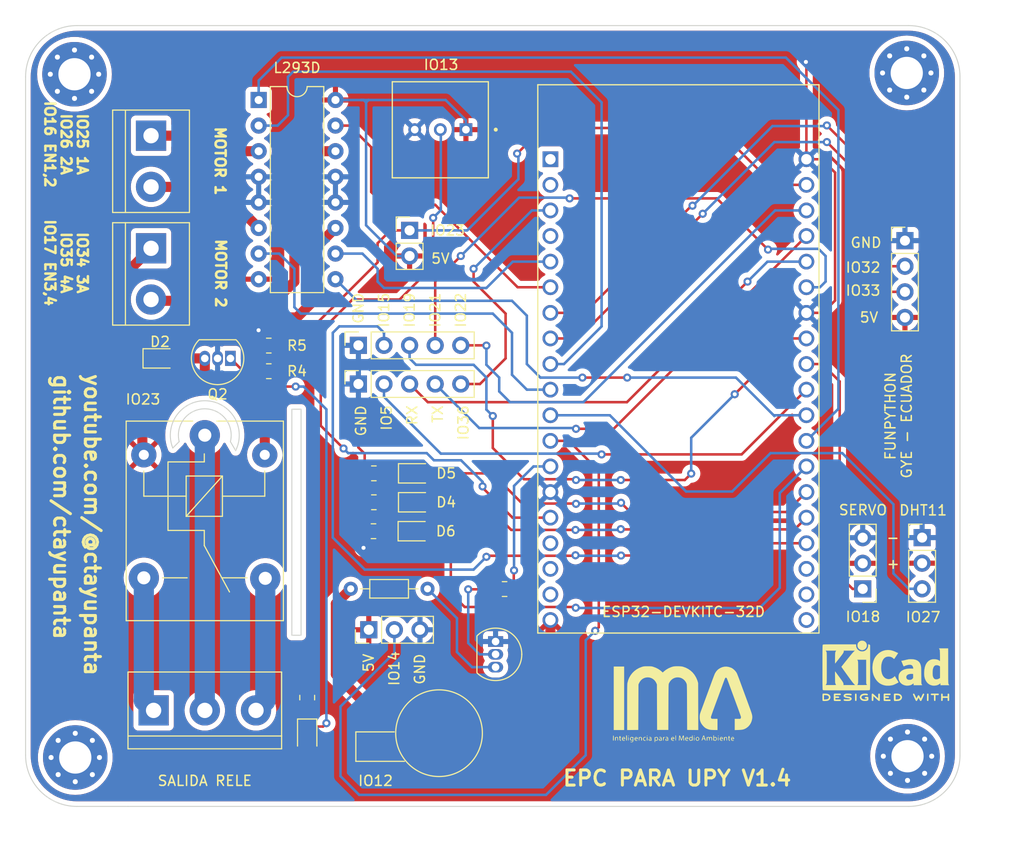
<source format=kicad_pcb>
(kicad_pcb (version 20211014) (generator pcbnew)
  (layers (0 "F.Cu" signal) (31 "B.Cu" signal) (34 "B.Paste" user) (35 "F.Paste" user) (36 "B.SilkS" user "B.Silkscreen") (37 "F.SilkS" user "F.Silkscreen") (38 "B.Mask" user) (39 "F.Mask" user) (44 "Edge.Cuts" user))
  (net 0 "")
  (net 1 "GND")
  (net 2 "Net-(J1-Pad2)")
  (net 3 "+12V")
  (net 4 "Net-(J2-Pad1)")
  (net 5 "Net-(J2-Pad2)")
  (net 6 "Net-(D3-Pad2)")
  (net 7 "5v")
  (net 8 "Net-(Q1-Pad3)")
  (net 9 "IO32")
  (net 10 "Net-(D4-Pad1)")
  (net 11 "Net-(D5-Pad1)")
  (net 12 "Net-(D6-Pad1)")
  (net 13 "IO13")
  (net 14 "Net-(D2-Pad2)")
  (net 15 "Net-(J3-Pad1)")
  (net 16 "IO25")
  (net 17 "Net-(D1-Pad1)")
  (net 18 "IO26")
  (net 19 "IO34")
  (net 20 "Net-(J3-Pad2)")
  (net 21 "IO12")
  (net 22 "IO5")
  (net 23 "IO35")
  (net 25 "IO36")
  (net 27 "IO33")
  (net 28 "IO27")
  (net 29 "RX")
  (net 30 "TX")
  (net 34 "I017")
  (net 35 "I015")
  (net 36 "IO19")
  (net 37 "IO21")
  (net 38 "IO22")
  (net 39 "3v3")
  (net 40 "IO23")
  (net 41 "IO18")
  (net 42 "I016")
  (net 43 "I04")
  (net 44 "I00")
  (net 45 "I02")
  (net 49 "IO14")
  (net 50 "Net-(Q2-Pad1)")
  (net 51 "Net-(J1-Pad1)")
  (net 52 "Net-(Q1-Pad2)")
  (footprint "Connector_PinHeader_2.54mm:PinHeader_1x02_P2.54mm_Vertical" (layer "F.Cu") (at 124.46 58.42)
    (fp_text reference "J8" hide)
    (fp_text value "Conn_01x02_Female" hide)
  )
  (footprint "TerminalBlock:TerminalBlock_bornier-2_P5.08mm" (layer "F.Cu") (at 98.806 49.022 -90)
    (fp_text reference "J2" hide)
    (fp_text value "Motor 1" hide)
  )
  (footprint "Package_TO_SOT_THT:TO-92_Inline" (layer "F.Cu") (at 132.99 99.2124 -90)
    (fp_text reference "Q1" hide)
    (fp_text value "2N7000" hide)
  )
  (footprint "Connector_PinHeader_2.54mm:PinHeader_1x03_P2.54mm_Vertical" (layer "F.Cu") (at 120.411 98.044 90)
    (fp_text reference "U2" hide)
    (fp_text value "LM35-LP" hide)
  )
  (footprint "Connector_PinHeader_2.54mm:PinHeader_1x03_P2.54mm_Vertical" (layer "F.Cu") (at 169.418 93.9904 180)
    (fp_text reference "IO18")
    (fp_text value "Motor_Servo" hide)
  )
  (footprint "Resistor_THT:R_Axial_DIN0204_L3.6mm_D1.6mm_P7.62mm_Horizontal" (layer "F.Cu") (at 118.618 93.98)
    (fp_text reference "R2" hide)
    (fp_text value "220ohm" hide)
  )
  (footprint "Package_DIP:DIP-16_W7.62mm" (layer "F.Cu") (at 109.484 45.481)
    (fp_text reference "U3" hide)
    (fp_text value "L293D")
  )
  (footprint "Resistor_SMD:R_0805_2012Metric" (layer "F.Cu") (at 120.9149 85.3948 180)
    (fp_text reference "R6" hide)
    (fp_text value "220ohm" hide)
  )
  (footprint "LED_SMD:LED_0805_2012Metric" (layer "F.Cu") (at 125.0056 88.265)
    (fp_text reference "D6")
    (fp_text value "LED" hide)
  )
  (footprint "Package_TO_SOT_THT:TO-92_Inline" (layer "F.Cu") (at 106.68 71.12 180)
    (fp_text reference "Q2")
    (fp_text value "2N7002")
  )
  (footprint "MountingHole:MountingHole_3.2mm_M3_Pad_Via" (layer "F.Cu") (at 91.2114 42.926)
    (fp_text reference "REF**" hide)
    (fp_text value "MountingHole_3.2mm_M3_Pad_Via" hide)
  )
  (footprint "Module:MODULE_ESP32-DEVKITC-32D" (layer "F.Cu") (at 151.13 71.12)
    (fp_text reference "U1" hide)
    (fp_text value "ESP32-DEVKITC-32D")
  )
  (footprint "Diode_SMD:D_0805_2012Metric" (layer "F.Cu") (at 99.695 71.12)
    (fp_text reference "D2")
    (fp_text value "LL4148")
  )
  (footprint "Resistor_SMD:R_0805_2012Metric" (layer "F.Cu") (at 110.49 72.39)
    (fp_text reference "R4")
    (fp_text value "2k" hide)
  )
  (footprint "Connector_PinHeader_2.54mm:PinHeader_1x04_P2.54mm_Vertical" (layer "F.Cu") (at 173.609 59.436)
    (fp_text reference "J7" hide)
    (fp_text value "HC-SR04" hide)
  )
  (footprint "LED_SMD:LED_1W_3W_R8" (layer "F.Cu") (at 127.381 108.3056)
    (fp_text reference "D1" hide)
    (fp_text value "LED" hide)
  )
  (footprint "Resistor_SMD:R_0805_2012Metric" (layer "F.Cu") (at 120.8786 88.265 180)
    (fp_text reference "R8" hide)
    (fp_text value "220ohm" hide)
  )
  (footprint "Resistor_SMD:R_0805_2012Metric" (layer "F.Cu") (at 120.9149 82.5246 180)
    (fp_text reference "R7" hide)
    (fp_text value "220ohm" hide)
  )
  (footprint "TerminalBlock:TerminalBlock_bornier-2_P5.08mm" (layer "F.Cu") (at 98.806 60.198 -90)
    (fp_text reference "J3" hide)
    (fp_text value "Motor 2" hide)
  )
  (footprint "MountingHole:MountingHole_3.2mm_M3_Pad_Via" (layer "F.Cu") (at 91.2876 110.7186)
    (fp_text reference "REF**" hide)
    (fp_text value "MountingHole_3.2mm_M3_Pad_Via" hide)
  )
  (footprint "graficos:logo_ima_15mm" (layer "F.Cu") (at 151.511 105.41)
    (fp_text reference "G***" hide)
    (fp_text value "LOGO" hide)
  )
  (footprint "LED_SMD:LED_0805_2012Metric" (layer "F.Cu") (at 125.0419 85.3948)
    (fp_text reference "D4")
    (fp_text value "LED" hide)
  )
  (footprint "MountingHole:MountingHole_3.2mm_M3_Pad_Via" (layer "F.Cu") (at 173.7868 42.799)
    (fp_text reference "REF**" hide)
    (fp_text value "MountingHole_3.2mm_M3_Pad_Via" hide)
  )
  (footprint "LED_SMD:LED_0805_2012Metric" (layer "F.Cu") (at 114.3 108.585 -90)
    (fp_text reference "D3" hide)
    (fp_text value "LED" hide)
  )
  (footprint "LED_SMD:LED_0805_2012Metric" (layer "F.Cu") (at 125.0419 82.5246)
    (fp_text reference "D5")
    (fp_text value "LED" hide)
  )
  (footprint "Relay_THT:Relay_SPDT_SANYOU_SRD_Series_Form_C" (layer "F.Cu") (at 104.14 78.74 -90)
    (fp_text reference "K1" hide)
    (fp_text value "FINDER-34.51" hide)
  )
  (footprint "Symbol:KiCad-Logo2_5mm_SilkScreen" (layer "F.Cu") (at 171.704 102.108)
    (fp_text reference "REF**" hide)
    (fp_text value "KiCad-Logo2_5mm_SilkScreen" hide)
  )
  (footprint "MountingHole:MountingHole_3.2mm_M3_Pad_Via" (layer "F.Cu") (at 173.863 110.5916)
    (fp_text reference "REF**" hide)
    (fp_text value "MountingHole_3.2mm_M3_Pad_Via" hide)
  )
  (footprint "Potentiometer_THT:TRIM_COM-09806" (layer "F.Cu") (at 127.5082 48.4228 180)
    (fp_text reference "RV1" hide)
    (fp_text value "R_Potentiometer" hide)
  )
  (footprint "Resistor_SMD:R_0805_2012Metric" (layer "F.Cu") (at 110.49 69.85)
    (fp_text reference "R5")
    (fp_text value "10k" hide)
  )
  (footprint "Connector_PinSocket_2.54mm:PinSocket_1x05_P2.54mm_Vertical" (layer "F.Cu") (at 119.38 69.825 90)
    (fp_text reference "J5" hide)
    (fp_text value "Conn_01x05_Female" hide)
  )
  (footprint "TerminalBlock:TerminalBlock_bornier-3_P5.08mm" (layer "F.Cu") (at 99.06 106.045)
    (fp_text reference "J1" hide)
    (fp_text value "SALIDA RELE")
  )
  (footprint "Resistor_SMD:R_0805_2012Metric" (layer "F.Cu") (at 114.3 104.775 90)
    (fp_text reference "R3" hide)
    (fp_text value "1k" hide)
  )
  (footprint "Connector_PinHeader_2.54mm:PinHeader_1x03_P2.54mm_Vertical" (layer "F.Cu") (at 175.3108 88.9)
    (fp_text reference "J6" hide)
    (fp_text value "DHT11")
  )
  (footprint "Connector_PinSocket_2.54mm:PinSocket_1x05_P2.54mm_Vertical" (layer "F.Cu") (at 119.38 73.66 90)
    (fp_text reference "J4" hide)
    (fp_text value "Conn_01x05_Female" hide)
  )
  (footprint "Resistor_SMD:R_0805_2012Metric" (layer "F.Cu") (at 133.8834 94.0054)
    (fp_text reference "R1" hide)
    (fp_text value "220ohm" hide)
  )
  (gr_arc (start 173.99 38.1) (mid 177.582102 39.587898) (end 179.07 43.18) (layer "Edge.Cuts") (width 0.1))
  (gr_arc (start 101.6 79.375) (mid 104.14 76.121828) (end 106.68 79.375) (layer "Edge.Cuts") (width 0.1))
  (gr_line (start 179.07 43.18) (end 179.07 106.68) (layer "Edge.Cuts") (width 0.1))
  (gr_arc (start 86.36 43.18) (mid 87.847898 39.587898) (end 91.44 38.1) (layer "Edge.Cuts") (width 0.1))
  (gr_line (start 179.07 110.49) (end 179.07 106.68) (layer "Edge.Cuts") (width 0.1))
  (gr_line (start 96.52 115.57) (end 91.44 115.57) (layer "Edge.Cuts") (width 0.1))
  (gr_arc (start 179.07 110.49) (mid 177.582102 114.082102) (end 173.99 115.57) (layer "Edge.Cuts") (width 0.1))
  (gr_line (start 173.99 115.57) (end 96.52 115.57) (layer "Edge.Cuts") (width 0.1))
  (gr_line (start 91.44 38.1) (end 173.99 38.1) (layer "Edge.Cuts") (width 0.1))
  (gr_rect (start 112.776 76.1619) (end 113.6904 98.5901) (layer "Edge.Cuts") (width 0.1) (fill none))
  (gr_line (start 101.6 79.375) (end 100.965001 80.01) (layer "Edge.Cuts") (width 0.1))
  (gr_line (start 106.68 79.375) (end 107.198564 80.269282) (layer "Edge.Cuts") (width 0.1))
  (gr_line (start 86.36 110.49) (end 86.36 43.18) (layer "Edge.Cuts") (width 0.1))
  (gr_arc (start 91.44 115.57) (mid 87.847898 114.082102) (end 86.36 110.49) (layer "Edge.Cuts") (width 0.1))
  (gr_arc (start 100.965001 80.01) (mid 104.282113 75.323376) (end 107.198564 80.269282) (layer "Edge.Cuts") (width 0.1))
  (gr_text "IO14" (at 122.936 100.076 90) (layer "F.SilkS") (effects (font (size 1 1)) (justify right)))
  (gr_text "IO15" (at 121.92 64.516 90) (layer "F.SilkS") (effects (font (size 1 1)) (justify right)))
  (gr_text "GND" (at 119.38 64.516 90) (layer "F.SilkS") (effects (font (size 1 1)) (justify right)))
  (gr_text "IO36" (at 129.794 75.692 90) (layer "F.SilkS") (effects (font (size 1 1)) (justify right)))
  (gr_text "EPC PARA UPY V1.4\n" (at 151.003 112.776) (layer "F.SilkS") (effects (font (size 1.5 1.5) (thickness 0.3))))
  (gr_text "MOTOR 2" (at 105.7148 62.6872 270) (layer "F.SilkS") (effects (font (size 1 1) (thickness 0.25))))
  (gr_text "GND" (at 119.634 75.692 90) (layer "F.SilkS") (effects (font (size 1 1)) (justify right)))
  (gr_text "5V" (at 120.396 100.33 90) (layer "F.SilkS") (effects (font (size 1 1)) (justify right)))
  (gr_text "IO5" (at 122.174 75.692 90) (layer "F.SilkS") (effects (font (size 1 1)) (justify right)))
  (gr_text "IO27" (at 175.4124 96.7844) (layer "F.SilkS") (effects (font (size 1 1))))
  (gr_text "IO21" (at 127 64.516 90) (layer "F.SilkS") (effects (font (size 1 1)) (justify right)))
  (gr_text "IO33" (at 167.64 64.389) (layer "F.SilkS") (effects (font (size 1 1)) (justify left)))
  (gr_text "FUNPYTHON\nGYE - ECUADOR" (at 172.974 76.835 90) (layer "F.SilkS") (effects (font (size 1 1))))
  (gr_text "IO23" (at 99.822 75.184) (layer "F.SilkS") (effects (font (size 1 1)) (justify right)))
  (gr_text "github.com/ctayupanta" (at 89.916 85.852 270) (layer "F.SilkS") (effects (font (size 1.5 1.5) (thickness 0.3))))
  (gr_text "GND" (at 125.476 100.33 90) (layer "F.SilkS") (effects (font (size 1 1)) (justify right)))
  (gr_text "5V" (at 169.037 67.056) (layer "F.SilkS") (effects (font (size 1 1)) (justify left)))
  (gr_text "IO13" (at 127.5842 41.9862) (layer "F.SilkS") (effects (font (size 1 1))))
  (gr_text "5V" (at 128.524 61.214) (layer "F.SilkS") (effects (font (size 1 1)) (justify right)))
  (gr_text "IO12" (at 121.0818 113.03) (layer "F.SilkS") (effects (font (size 1 1))))
  (gr_text "GND" (at 168.1226 59.6392) (layer "F.SilkS") (effects (font (size 1 1)) (justify left)))
  (gr_text "MOTOR 1" (at 105.664 51.5366 270) (layer "F.SilkS") (effects (font (size 1 1) (thickness 0.25))))
  (gr_text "TX" (at 127.254 75.692 90) (layer "F.SilkS") (effects (font (size 1 1)) (justify right)))
  (gr_text "IO32" (at 167.64 62.103) (layer "F.SilkS") (effects (font (size 1 1)) (justify left)))
  (gr_text "\nIO25 1A		IO34 3A\nIO26 2A		IO35 4A\nIO16 EN1,2	IO17 EN3,4" (at 91.186 55.753 270) (layer "F.SilkS") (effects (font (size 1 1) (thickness 0.25))))
  (gr_text "+" (at 172.4406 91.4908) (layer "F.SilkS") (effects (font (size 1 1))))
  (gr_text "RX" (at 124.714 75.692 90) (layer "F.SilkS") (effects (font (size 1 1)) (justify right)))
  (gr_text "IO22" (at 129.54 64.516 90) (layer "F.SilkS") (effects (font (size 1 1)) (justify right)))
  (gr_text "IO19" (at 124.46 64.516 90) (layer "F.SilkS") (effects (font (size 1 1)) (justify right)))
  (gr_text "IO23" (at 130.048 58.42) (layer "F.SilkS") (effects (font (size 1 1)) (justify right)))
  (gr_text "youtube.com/@ctayupanta" (at 92.964 87.63 270) (layer "F.SilkS") (effects (font (size 1.5 1.5) (thickness 0.3))))
  (gr_text "-" (at 172.4152 88.9) (layer "F.SilkS") (effects (font (size 1 1))))
  (segment (start 120.0024 82.5246) (end 120.0024 85.3948) (width 0.25) (layer "F.Cu") (net 1))
  (segment (start 163.83 66.6) (end 165.4544 66.6) (width 0.25) (layer "F.Cu") (net 1))
  (segment (start 119.9661 89.7401) (end 119.9661 88.265) (width 0.25) (layer "F.Cu") (net 1))
  (segment (start 120.0024 82.5246) (end 120.0024 80.5816) (width 0.25) (layer "F.Cu") (net 1))
  (segment (start 163.83 51.36) (end 163.83 41.7576) (width 0.25) (layer "F.Cu") (net 1))
  (segment (start 166.6748 65.3796) (end 166.6748 52.6796) (width 0.25) (layer "F.Cu") (net 1))
  (segment (start 119.888 89.916) (end 119.888 89.8182) (width 0.25) (layer "F.Cu") (net 1))
  (segment (start 109.5775 69.85) (end 109.5775 68.4295) (width 0.25) (layer "F.Cu") (net 1))
  (segment (start 120.0024 80.5816) (end 119.38 79.9592) (width 0.25) (layer "F.Cu") (net 1))
  (segment (start 119.888 89.8182) (end 119.9661 89.7401) (width 0.25) (layer "F.Cu") (net 1))
  (segment (start 165.4544 66.6) (end 166.6748 65.3796) (width 0.25) (layer "F.Cu") (net 1))
  (segment (start 119.38 79.9592) (end 119.38 73.66) (width 0.25) (layer "F.Cu") (net 1))
  (segment (start 109.5775 69.85) (end 109.2575 70.17) (width 0.25) (layer "F.Cu") (net 1))
  (segment (start 163.83 41.7576) (end 163.7792 41.7068) (width 0.25) (layer "F.Cu") (net 1))
  (segment (start 109.5775 68.4295) (end 109.474 68.326) (width 0.25) (layer "F.Cu") (net 1))
  (segment (start 165.3552 51.36) (end 163.83 51.36) (width 0.25) (layer "F.Cu") (net 1))
  (segment (start 120.0024 88.2287) (end 119.9661 88.265) (width 0.25) (layer "F.Cu") (net 1))
  (segment (start 166.6748 52.6796) (end 165.3552 51.36) (width 0.25) (layer "F.Cu") (net 1))
  (segment (start 120.0024 85.3948) (end 120.0024 88.2287) (width 0.25) (layer "F.Cu") (net 1))
  (via (at 109.474 68.326) (size 0.8) (drill 0.4) (layers "F.Cu" "B.Cu") (net 1))
  (via (at 119.888 89.916) (size 0.8) (drill 0.4) (layers "F.Cu" "B.Cu") (net 1))
  (via (at 163.7792 41.7068) (size 0.8) (drill 0.4) (layers "F.Cu" "B.Cu") (net 1))
  (segment (start 119.38 69.825) (end 119.38 73.66) (width 0.25) (layer "B.Cu") (net 1))
  (segment (start 104.14 78.74) (end 104.14 106.045) (width 2) (layer "B.Cu") (net 2))
  (segment (start 110.14 92.94) (end 110.14 105.125) (width 2) (layer "B.Cu") (net 3))
  (segment (start 110.14 105.125) (end 109.22 106.045) (width 2) (layer "B.Cu") (net 3))
  (segment (start 106.172 49.022) (end 98.806 49.022) (width 1) (layer "F.Cu") (net 4))
  (segment (start 107.711 50.561) (end 106.172 49.022) (width 1) (layer "F.Cu") (net 4))
  (segment (start 109.484 50.561) (end 107.711 50.561) (width 1) (layer "F.Cu") (net 4))
  (segment (start 105.41 54.102) (end 98.806 54.102) (width 1) (layer "F.Cu") (net 5))
  (segment (start 109.484 58.181) (end 106.68 55.377) (width 1) (layer "F.Cu") (net 5))
  (segment (start 106.68 55.372) (end 105.41 54.102) (width 1) (layer "F.Cu") (net 5))
  (segment (start 112.776 109.11725) (end 113.18125 109.5225) (width 0.25) (layer "F.Cu") (net 6))
  (segment (start 112.776 106.172) (end 112.776 109.11725) (width 0.25) (layer "F.Cu") (net 6))
  (segment (start 113.18125 109.5225) (end 114.3 109.5225) (width 0.25) (layer "F.Cu") (net 6))
  (segment (start 114.3 105.6875) (end 113.2605 105.6875) (width 0.25) (layer "F.Cu") (net 6))
  (segment (start 113.2605 105.6875) (end 112.776 106.172) (width 0.25) (layer "F.Cu") (net 6))
  (segment (start 169.4284 91.44) (end 169.418 91.4504) (width 0.25) (layer "F.Cu") (net 7))
  (segment (start 175.3108 91.44) (end 169.4284 91.44) (width 0.25) (layer "F.Cu") (net 7))
  (segment (start 138.43 105.4862) (end 136.9606 106.9556) (width 1) (layer "F.Cu") (net 7))
  (segment (start 97.945 80.545) (end 98.09 80.69) (width 1) (layer "F.Cu") (net 7))
  (segment (start 138.43 97.08) (end 138.43 105.4862) (width 1) (layer "F.Cu") (net 7))
  (segment (start 97.945 71.9325) (end 97.945 80.545) (width 1) (layer "F.Cu") (net 7))
  (segment (start 98.7575 71.12) (end 97.945 71.9325) (width 1) (layer "F.Cu") (net 7))
  (segment (start 136.9606 106.9556) (end 133.731 106.9556) (width 1) (layer "F.Cu") (net 7))
  (segment (start 119.649 45.481) (end 117.104 45.481) (width 0.25) (layer "B.Cu") (net 7))
  (segment (start 130.0482 48.4228) (end 130.0482 47.4982) (width 0.25) (layer "B.Cu") (net 7))
  (segment (start 120.142 45.72) (end 119.903 45.481) (width 0.25) (layer "B.Cu") (net 7))
  (segment (start 120.142 57.912) (end 120.142 45.72) (width 0.25) (layer "B.Cu") (net 7))
  (segment (start 124.46 60.96) (end 123.19 60.96) (width 0.25) (layer "B.Cu") (net 7))
  (segment (start 123.19 60.96) (end 120.142 57.912) (width 0.25) (layer "B.Cu") (net 7))
  (segment (start 130.0482 47.4982) (end 128.031 45.481) (width 0.25) (layer "B.Cu") (net 7))
  (segment (start 120.381 45.481) (end 119.649 45.481) (width 0.25) (layer "B.Cu") (net 7))
  (segment (start 128.031 45.481) (end 120.381 45.481) (width 0.25) (layer "B.Cu") (net 7))
  (segment (start 119.903 45.481) (end 119.649 45.481) (width 0.25) (layer "B.Cu") (net 7))
  (segment (start 120.142 45.72) (end 120.381 45.481) (width 0.25) (layer "B.Cu") (net 7))
  (segment (start 130.6576 101.7524) (end 132.99 101.7524) (width 0.25) (layer "B.Cu") (net 8))
  (segment (start 126.238 93.98) (end 129.159 96.901) (width 0.25) (layer "B.Cu") (net 8))
  (segment (start 129.159 100.2538) (end 130.6576 101.7524) (width 0.25) (layer "B.Cu") (net 8))
  (segment (start 129.159 96.901) (end 129.159 100.2538) (width 0.25) (layer "B.Cu") (net 8))
  (segment (start 170.561 60.452) (end 172.085 61.976) (width 0.25) (layer "F.Cu") (net 9))
  (segment (start 172.085 61.976) (end 173.609 61.976) (width 0.25) (layer "F.Cu") (net 9))
  (segment (start 165.862 48.006) (end 170.561 52.705) (width 0.25) (layer "F.Cu") (net 9))
  (segment (start 170.561 52.705) (end 170.561 60.452) (width 0.25) (layer "F.Cu") (net 9))
  (segment (start 141.807 66.6) (end 138.43 66.6) (width 0.25) (layer "F.Cu") (net 9))
  (segment (start 152.527 55.9695) (end 152.4375 55.9695) (width 0.25) (layer "F.Cu") (net 9))
  (segment (start 152.4375 55.9695) (end 141.807 66.6) (width 0.25) (layer "F.Cu") (net 9))
  (via (at 152.527 55.9695) (size 0.8) (drill 0.4) (layers "F.Cu" "B.Cu") (net 9))
  (via (at 165.862 48.006) (size 0.8) (drill 0.4) (layers "F.Cu" "B.Cu") (net 9))
  (segment (start 152.527 55.9695) (end 152.5645 55.9695) (width 0.25) (layer "B.Cu") (net 9))
  (segment (start 165.798501 48.069499) (end 165.862 48.006) (width 0.25) (layer "B.Cu") (net 9))
  (segment (start 152.5645 55.9695) (end 160.464501 48.069499) (width 0.25) (layer "B.Cu") (net 9))
  (segment (start 160.464501 48.069499) (end 165.798501 48.069499) (width 0.25) (layer "B.Cu") (net 9))
  (segment (start 121.8274 85.3948) (end 124.1044 85.3948) (width 0.25) (layer "F.Cu") (net 10))
  (segment (start 121.8274 82.5246) (end 124.1044 82.5246) (width 0.25) (layer "F.Cu") (net 11))
  (segment (start 121.7911 88.265) (end 124.0681 88.265) (width 0.25) (layer "F.Cu") (net 12))
  (segment (start 115.6462 77.8002) (end 115.6462 68.4276) (width 0.25) (layer "F.Cu") (net 13))
  (segment (start 118.7958 65.278) (end 123.4694 65.278) (width 0.25) (layer "F.Cu") (net 13))
  (segment (start 117.9068 80.0608) (end 115.6462 77.8002) (width 0.25) (layer "F.Cu") (net 13))
  (segment (start 123.4694 65.278) (end 126.7968 61.9506) (width 0.25) (layer "F.Cu") (net 13))
  (segment (start 131.699 83.82) (end 131.699 83.947) (width 0.25) (layer "F.Cu") (net 13))
  (segment (start 115.6462 68.4276) (end 118.7958 65.278) (width 0.25) (layer "F.Cu") (net 13))
  (segment (start 126.7968 61.9506) (end 126.7968 57.1754) (width 0.25) (layer "F.Cu") (net 13))
  (segment (start 131.699 83.947) (end 134.672 86.92) (width 0.25) (layer "F.Cu") (net 13))
  (segment (start 134.672 86.92) (end 138.43 86.92) (width 0.25) (layer "F.Cu") (net 13))
  (via (at 131.699 83.82) (size 0.8) (drill 0.4) (layers "F.Cu" "B.Cu") (net 13))
  (via (at 117.9068 80.0608) (size 0.8) (drill 0.4) (layers "F.Cu" "B.Cu") (net 13))
  (via (at 126.7968 57.1754) (size 0.8) (drill 0.4) (layers "F.Cu" "B.Cu") (net 13))
  (segment (start 131.699 83.3628) (end 129.5654 81.2292) (width 0.25) (layer "B.Cu") (net 13))
  (segment (start 126.873 81.2292) (end 126.1618 80.518) (width 0.25) (layer "B.Cu") (net 13))
  (segment (start 129.5654 81.2292) (end 126.873 81.2292) (width 0.25) (layer "B.Cu") (net 13))
  (segment (start 127.5588 48.4734) (end 127.5082 48.4228) (width 0.25) (layer "B.Cu") (net 13))
  (segment (start 126.7968 57.1754) (end 127.5588 56.4134) (width 0.25) (layer "B.Cu") (net 13))
  (segment (start 127.5588 56.4134) (end 127.5588 48.4734) (width 0.25) (layer "B.Cu") (net 13))
  (segment (start 126.1618 80.518) (end 118.364 80.518) (width 0.25) (layer "B.Cu") (net 13))
  (segment (start 118.364 80.518) (end 117.9068 80.0608) (width 0.25) (layer "B.Cu") (net 13))
  (segment (start 131.699 83.82) (end 131.699 83.3628) (width 0.25) (layer "B.Cu") (net 13))
  (segment (start 110.09 75.8) (end 109.0803 74.7903) (width 1) (layer "F.Cu") (net 14))
  (segment (start 109.0803 74.7903) (end 108.585 74.295) (width 1) (layer "F.Cu") (net 14))
  (segment (start 100.6325 71.12) (end 104.14 71.12) (width 1) (layer "F.Cu") (net 14))
  (segment (start 105.41 74.295) (end 104.14 73.025) (width 1) (layer "F.Cu") (net 14))
  (segment (start 104.0638 71.0438) (end 104.14 71.12) (width 0.25) (layer "F.Cu") (net 14))
  (segment (start 108.3818 73.914) (end 108.3818 74.0918) (width 0.25) (layer "F.Cu") (net 14))
  (segment (start 108.3818 74.0918) (end 109.0803 74.7903) (width 0.25) (layer "F.Cu") (net 14))
  (segment (start 110.09 80.69) (end 110.09 75.8) (width 1) (layer "F.Cu") (net 14))
  (segment (start 108.585 74.295) (end 105.41 74.295) (width 1) (layer "F.Cu") (net 14))
  (segment (start 115.8725 107.6475) (end 116.205 107.315) (width 0.25) (layer "F.Cu") (net 14))
  (segment (start 104.14 73.025) (end 104.14 71.12) (width 1) (layer "F.Cu") (net 14))
  (segment (start 113.157 73.914) (end 108.3818 73.914) (width 0.25) (layer "F.Cu") (net 14))
  (segment (start 114.3 107.6475) (end 115.8725 107.6475) (width 0.25) (layer "F.Cu") (net 14))
  (via (at 113.157 73.914) (size 0.8) (drill 0.4) (layers "F.Cu" "B.Cu") (net 14))
  (via (at 116.205 107.315) (size 0.8) (drill 0.4) (layers "F.Cu" "B.Cu") (net 14))
  (segment (start 113.9444 73.914) (end 116.205 76.1746) (width 0.25) (layer "B.Cu") (net 14))
  (segment (start 116.205 76.1746) (end 116.205 107.315) (width 0.25) (layer "B.Cu") (net 14))
  (segment (start 113.157 73.914) (end 113.9444 73.914) (width 0.25) (layer "B.Cu") (net 14))
  (segment (start 113.284 67.056) (end 102.362 67.056) (width 1) (layer "F.Cu") (net 15))
  (segment (start 117.104 58.181) (end 114.935 60.35) (width 1) (layer "F.Cu") (net 15))
  (segment (start 94.742 64.262) (end 98.806 60.198) (width 1) (layer "F.Cu") (net 15))
  (segment (start 96.266 68.326) (end 94.742 66.802) (width 1) (layer "F.Cu") (net 15))
  (segment (start 101.092 68.326) (end 96.266 68.326) (width 1) (layer "F.Cu") (net 15))
  (segment (start 94.742 66.802) (end 94.742 64.262) (width 1) (layer "F.Cu") (net 15))
  (segment (start 114.935 65.405) (end 113.284 67.056) (width 1) (layer "F.Cu") (net 15))
  (segment (start 114.935 60.35) (end 114.935 65.405) (width 1) (layer "F.Cu") (net 15))
  (segment (start 102.362 67.056) (end 101.092 68.326) (width 1) (layer "F.Cu") (net 15))
  (segment (start 112.395 46.99) (end 112.395 43.18) (width 0.25) (layer "B.Cu") (net 16))
  (segment (start 143.51 45.72) (end 143.51 67.945) (width 0.25) (layer "B.Cu") (net 16))
  (segment (start 111.364 48.021) (end 112.395 46.99) (width 0.25) (layer "B.Cu") (net 16))
  (segment (start 139.775 71.68) (end 138.43 71.68) (width 0.25) (layer "B.Cu") (net 16))
  (segment (start 109.484 48.021) (end 111.364 48.021) (width 0.25) (layer "B.Cu") (net 16))
  (segment (start 140.462 42.672) (end 143.51 45.72) (width 0.25) (layer "B.Cu") (net 16))
  (segment (start 143.51 67.945) (end 139.775 71.68) (width 0.25) (layer "B.Cu") (net 16))
  (segment (start 112.395 43.18) (end 112.903 42.672) (width 0.25) (layer "B.Cu") (net 16))
  (segment (start 112.903 42.672) (end 140.462 42.672) (width 0.25) (layer "B.Cu") (net 16))
  (segment (start 117.1448 102.4636) (end 121.031 106.3498) (width 1) (layer "F.Cu") (net 17))
  (segment (start 117.1448 95.4532) (end 117.1448 102.4636) (width 1) (layer "F.Cu") (net 17))
  (segment (start 118.618 93.98) (end 117.1448 95.4532) (width 1) (layer "F.Cu") (net 17))
  (segment (start 121.031 106.3498) (end 121.031 109.6556) (width 1) (layer "F.Cu") (net 17))
  (segment (start 111.521 60.721) (end 113.03 62.23) (width 0.25) (layer "B.Cu") (net 18))
  (segment (start 113.03 66.04) (end 113.665 66.675) (width 0.25) (layer "B.Cu") (net 18))
  (segment (start 113.03 62.23) (end 113.03 66.04) (width 0.25) (layer "B.Cu") (net 18))
  (segment (start 136.0944 74.22) (end 138.43 74.22) (width 0.25) (layer "B.Cu") (net 18))
  (segment (start 113.665 66.675) (end 132.715 66.675) (width 0.25) (layer "B.Cu") (net 18))
  (segment (start 109.484 60.721) (end 111.521 60.721) (width 0.25) (layer "B.Cu") (net 18))
  (segment (start 134.62 72.7456) (end 136.0944 74.22) (width 0.25) (layer "B.Cu") (net 18))
  (segment (start 134.62 68.58) (end 134.62 72.7456) (width 0.25) (layer "B.Cu") (net 18))
  (segment (start 132.715 66.675) (end 134.62 68.58) (width 0.25) (layer "B.Cu") (net 18))
  (segment (start 119.776 60.721) (end 121.285 62.23) (width 0.25) (layer "B.Cu") (net 19))
  (segment (start 121.285 63.5) (end 121.92 64.135) (width 0.25) (layer "B.Cu") (net 19))
  (segment (start 121.285 62.23) (end 121.285 63.5) (width 0.25) (layer "B.Cu") (net 19))
  (segment (start 117.104 60.721) (end 119.776 60.721) (width 0.25) (layer "B.Cu") (net 19))
  (segment (start 132.08 64.135) (end 134.695 61.52) (width 0.25) (layer "B.Cu") (net 19))
  (segment (start 121.92 64.135) (end 132.08 64.135) (width 0.25) (layer "B.Cu") (net 19))
  (segment (start 134.695 61.52) (end 138.43 61.52) (width 0.25) (layer "B.Cu") (net 19))
  (segment (start 98.806 65.278) (end 98.933 65.405) (width 1) (layer "F.Cu") (net 20))
  (segment (start 115.809 50.561) (end 117.104 50.561) (width 1) (layer "F.Cu") (net 20))
  (segment (start 111.125 65.405) (end 113.03 63.5) (width 1) (layer "F.Cu") (net 20))
  (segment (start 113.03 63.5) (end 113.03 53.34) (width 1) (layer "F.Cu") (net 20))
  (segment (start 113.03 53.34) (end 115.809 50.561) (width 1) (layer "F.Cu") (net 20))
  (segment (start 98.933 65.405) (end 111.125 65.405) (width 1) (layer "F.Cu") (net 20))
  (segment (start 134.7959 92.1785) (end 134.8232 92.1512) (width 0.25) (layer "F.Cu") (net 21))
  (segment (start 134.7959 94.0054) (end 134.7959 92.1785) (width 0.25) (layer "F.Cu") (net 21))
  (via (at 134.8232 92.1512) (size 0.8) (drill 0.4) (layers "F.Cu" "B.Cu") (net 21))
  (segment (start 134.8232 92.1512) (end 134.8232 83.7692) (width 0.25) (layer "B.Cu") (net 21))
  (segment (start 136.7524 81.84) (end 138.43 81.84) (width 0.25) (layer "B.Cu") (net 21))
  (segment (start 134.8232 83.7692) (end 136.7524 81.84) (width 0.25) (layer "B.Cu") (net 21))
  (segment (start 157.405 80.645) (end 163.83 74.22) (width 0.25) (layer "F.Cu") (net 22))
  (segment (start 143.51 80.645) (end 157.405 80.645) (width 0.25) (layer "F.Cu") (net 22))
  (via (at 143.51 80.645) (size 0.8) (drill 0.4) (layers "F.Cu" "B.Cu") (net 22))
  (segment (start 127.5588 80.5688) (end 143.4338 80.5688) (width 0.25) (layer "B.Cu") (net 22))
  (segment (start 143.4338 80.5688) (end 143.51 80.645) (width 0.25) (layer "B.Cu") (net 22))
  (segment (start 121.92 73.66) (end 121.92 74.93) (width 0.25) (layer "B.Cu") (net 22))
  (segment (start 121.92 74.93) (end 127.5588 80.5688) (width 0.25) (layer "B.Cu") (net 22))
  (segment (start 121.92 55.88) (end 127 55.88) (width 0.25) (layer "F.Cu") (net 23))
  (segment (start 127 55.88) (end 135.18 64.06) (width 0.25) (layer "F.Cu") (net 23))
  (segment (start 120.65 50.165) (end 120.65 54.61) (width 0.25) (layer "F.Cu") (net 23))
  (segment (start 120.65 54.61) (end 121.92 55.88) (width 0.25) (layer "F.Cu") (net 23))
  (segment (start 117.104 48.021) (end 118.506 48.021) (width 0.25) (layer "F.Cu") (net 23))
  (segment (start 135.18 64.06) (end 138.43 64.06) (width 0.25) (layer "F.Cu") (net 23))
  (segment (start 118.506 48.021) (end 120.65 50.165) (width 0.25) (layer "F.Cu") (net 23))
  (segment (start 133.985 71.12) (end 133.985 66.675) (width 0.25) (layer "F.Cu") (net 25))
  (segment (start 130.81 63.5) (end 130.81 62.23) (width 0.25) (layer "F.Cu") (net 25))
  (segment (start 131.445 73.66) (end 133.985 71.12) (width 0.25) (layer "F.Cu") (net 25))
  (segment (start 133.985 66.675) (end 130.81 63.5) (width 0.25) (layer "F.Cu") (net 25))
  (segment (start 129.54 73.66) (end 131.445 73.66) (width 0.25) (layer "F.Cu") (net 25))
  (via (at 130.81 62.23) (size 0.8) (drill 0.4) (layers "F.Cu" "B.Cu") (net 25))
  (segment (start 130.81 62.23) (end 136.6 56.44) (width 0.25) (layer "B.Cu") (net 25))
  (segment (start 136.6 56.44) (end 138.43 56.44) (width 0.25) (layer "B.Cu") (net 25))
  (segment (start 169.545 63.246) (end 170.815 64.516) (width 0.25) (layer "F.Cu") (net 27))
  (segment (start 165.862 49.657) (end 169.545 53.34) (width 0.25) (layer "F.Cu") (net 27))
  (segment (start 141.172 69.14) (end 138.43 69.14) (width 0.25) (layer "F.Cu") (net 27))
  (segment (start 169.545 53.34) (end 169.545 63.246) (width 0.25) (layer "F.Cu") (net 27))
  (segment (start 153.543 56.769) (end 141.172 69.14) (width 0.25) (layer "F.Cu") (net 27))
  (segment (start 170.815 64.516) (end 173.609 64.516) (width 0.25) (layer "F.Cu") (net 27))
  (via (at 165.862 49.657) (size 0.8) (drill 0.4) (layers "F.Cu" "B.Cu") (net 27))
  (via (at 153.543 56.769) (size 0.8) (drill 0.4) (layers "F.Cu" "B.Cu") (net 27))
  (segment (start 153.543 56.769) (end 160.655 49.657) (width 0.25) (layer "B.Cu") (net 27))
  (segment (start 160.655 49.657) (end 165.862 49.657) (width 0.25) (layer "B.Cu") (net 27))
  (segment (start 156.464 84.328) (end 160.274 80.518) (width 0.25) (layer "B.Cu") (net 28))
  (segment (start 138.43 76.76) (end 144.324 76.76) (width 0.25) (layer "B.Cu") (net 28))
  (segment (start 172.466 92.456) (end 173.99 93.98) (width 0.25) (layer "B.Cu") (net 28))
  (segment (start 144.324 76.76) (end 151.892 84.328) (width 0.25) (layer "B.Cu") (net 28))
  (segment (start 151.892 84.328) (end 156.464 84.328) (width 0.25) (layer "B.Cu") (net 28))
  (segment (start 167.386 80.518) (end 172.466 85.598) (width 0.25) (layer "B.Cu") (net 28))
  (segment (start 160.274 80.518) (end 167.386 80.518) (width 0.25) (layer "B.Cu") (net 28))
  (segment (start 172.466 85.598) (end 172.466 92.456) (width 0.25) (layer "B.Cu") (net 28))
  (segment (start 173.99 93.98) (end 175.3108 93.98) (width 0.25) (layer "B.Cu") (net 28))
  (segment (start 157.988 63.5) (end 146.0246 75.4634) (width 0.25) (layer "F.Cu") (net 29))
  (segment (start 146.0246 75.4634) (end 126.2634 75.4634) (width 0.25) (layer "F.Cu") (net 29))
  (segment (start 126.2634 75.4634) (end 124.46 73.66) (width 0.25) (layer "F.Cu") (net 29))
  (via (at 157.988 63.5) (size 0.8) (drill 0.4) (layers "F.Cu" "B.Cu") (net 29))
  (segment (start 159.968 61.52) (end 163.83 61.52) (width 0.25) (layer "B.Cu") (net 29))
  (segment (start 157.988 63.5) (end 159.968 61.52) (width 0.25) (layer "B.Cu") (net 29))
  (segment (start 140.97 78.105) (end 144.705 78.105) (width 0.25) (layer "F.Cu") (net 30))
  (segment (start 144.705 78.105) (end 163.83 58.98) (width 0.25) (layer "F.Cu") (net 30))
  (via (at 140.97 78.105) (size 0.8) (drill 0.4) (layers "F.Cu" "B.Cu") (net 30))
  (segment (start 140.8938 78.0288) (end 140.97 78.105) (width 0.25) (layer "B.Cu") (net 30))
  (segment (start 127 73.66) (end 131.3688 78.0288) (width 0.25) (layer "B.Cu") (net 30))
  (segment (start 131.3688 78.0288) (end 140.8938 78.0288) (width 0.25) (layer "B.Cu") (net 30))
  (segment (start 141.605 73.025) (end 146.05 73.025) (width 0.25) (layer "F.Cu") (net 34))
  (via (at 141.605 73.025) (size 0.8) (drill 0.4) (layers "F.Cu" "B.Cu") (net 34))
  (via (at 146.05 73.025) (size 0.8) (drill 0.4) (layers "F.Cu" "B.Cu") (net 34))
  (segment (start 136.0932 71.6788) (end 137.4394 73.025) (width 0.25) (layer "B.Cu") (net 34))
  (segment (start 160.73 76.76) (end 163.83 76.76) (width 0.25) (layer "B.Cu") (net 34))
  (segment (start 117.104 63.261) (end 119.248 65.405) (width 0.25) (layer "B.Cu") (net 34))
  (segment (start 134.62 65.405) (end 136.0932 66.8782) (width 0.25) (layer "B.Cu") (net 34))
  (segment (start 119.248 65.405) (end 134.62 65.405) (width 0.25) (layer "B.Cu") (net 34))
  (segment (start 136.0932 66.8782) (end 136.0932 71.6788) (width 0.25) (layer "B.Cu") (net 34))
  (segment (start 146.05 73.025) (end 156.845 73.025) (width 0.25) (layer "B.Cu") (net 34))
  (segment (start 156.845 73.025) (end 160.655 76.835) (width 0.25) (layer "B.Cu") (net 34))
  (segment (start 137.4394 73.025) (end 141.605 73.025) (width 0.25) (layer "B.Cu") (net 34))
  (segment (start 160.655 76.835) (end 160.73 76.76) (width 0.25) (layer "B.Cu") (net 34))
  (segment (start 145.4404 90.678) (end 150.5712 90.678) (width 0.25) (layer "F.Cu") (net 35))
  (segment (start 132.1816 90.7034) (end 132.08 90.805) (width 0.25) (layer "F.Cu") (net 35))
  (segment (start 140.9192 90.6526) (end 140.8684 90.7034) (width 0.25) (layer "F.Cu") (net 35))
  (segment (start 150.5712 90.678) (end 151.7892 89.46) (width 0.25) (layer "F.Cu") (net 35))
  (segment (start 140.8684 90.7034) (end 132.1816 90.7034) (width 0.25) (layer "F.Cu") (net 35))
  (segment (start 151.7892 89.46) (end 163.83 89.46) (width 0.25) (layer "F.Cu") (net 35))
  (via (at 145.4404 90.678) (size 0.8) (drill 0.4) (layers "F.Cu" "B.Cu") (net 35))
  (via (at 140.9192 90.6526) (size 0.8) (drill 0.4) (layers "F.Cu" "B.Cu") (net 35))
  (via (at 132.08 90.805) (size 0.8) (drill 0.4) (layers "F.Cu" "B.Cu") (net 35))
  (segment (start 145.415 90.7034) (end 140.97 90.7034) (width 0.25) (layer "B.Cu") (net 35))
  (segment (start 116.84 88.9) (end 120.015 92.075) (width 0.25) (layer "B.Cu") (net 35))
  (segment (start 121.92 68.58) (end 121.285 67.945) (width 0.25) (layer "B.Cu") (net 35))
  (segment (start 121.92 69.825) (end 121.92 68.58) (width 0.25) (layer "B.Cu") (net 35))
  (segment (start 117.475 67.945) (end 116.84 68.58) (width 0.25) (layer "B.Cu") (net 35))
  (segment (start 140.97 90.7034) (end 140.9192 90.6526) (width 0.25) (layer "B.Cu") (net 35))
  (segment (start 145.4404 90.678) (end 145.415 90.7034) (width 0.25) (layer "B.Cu") (net 35))
  (segment (start 130.81 92.075) (end 132.08 90.805) (width 0.25) (layer "B.Cu") (net 35))
  (segment (start 120.015 92.075) (end 130.81 92.075) (width 0.25) (layer "B.Cu") (net 35))
  (segment (start 116.84 68.58) (end 116.84 88.9) (width 0.25) (layer "B.Cu") (net 35))
  (segment (start 121.285 67.945) (end 117.475 67.945) (width 0.25) (layer "B.Cu") (net 35))
  (segment (start 152.4 82.55) (end 151.765 83.185) (width 0.25) (layer "F.Cu") (net 36))
  (segment (start 132.715 76.835) (end 132.715 80.01) (width 0.25) (layer "F.Cu") (net 36))
  (segment (start 132.715 80.01) (end 135.8138 83.1088) (width 0.25) (layer "F.Cu") (net 36))
  (segment (start 156.718 74.676) (end 162.254 69.14) (width 0.25) (layer "F.Cu") (net 36))
  (segment (start 135.8138 83.1088) (end 140.8938 83.1088) (width 0.25) (layer "F.Cu") (net 36))
  (segment (start 151.765 83.185) (end 145.415 83.185) (width 0.25) (layer "F.Cu") (net 36))
  (segment (start 140.8938 83.1088) (end 140.97 83.185) (width 0.25) (layer "F.Cu") (net 36))
  (segment (start 162.254 69.14) (end 163.83 69.14) (width 0.25) (layer "F.Cu") (net 36))
  (via (at 156.718 74.676) (size 0.8) (drill 0.4) (layers "F.Cu" "B.Cu") (net 36))
  (via (at 152.4 82.55) (size 0.8) (drill 0.4) (layers "F.Cu" "B.Cu") (net 36))
  (via (at 140.97 83.185) (size 0.8) (drill 0.4) (layers "F.Cu" "B.Cu") (net 36))
  (via (at 145.415 83.185) (size 0.8) (drill 0.4) (layers "F.Cu" "B.Cu") (net 36))
  (via (at 132.715 76.835) (size 0.8) (drill 0.4) (layers "F.Cu" "B.Cu") (net 36))
  (segment (start 152.4 78.994) (end 152.4 82.55) (width 0.25) (layer "B.Cu") (net 36))
  (segment (start 124.46 69.825) (end 124.46 71.12) (width 0.25) (layer "B.Cu") (net 36))
  (segment (start 124.46 71.12) (end 125.095 71.755) (width 0.25) (layer "B.Cu") (net 36))
  (segment (start 132.08 76.2) (end 132.715 76.835) (width 0.25) (layer "B.Cu") (net 36))
  (segment (start 125.095 71.755) (end 130.81 71.755) (width 0.25) (layer "B.Cu") (net 36))
  (segment (start 156.718 74.676) (end 152.4 78.994) (width 0.25) (layer "B.Cu") (net 36))
  (segment (start 130.81 71.755) (end 132.08 73.025) (width 0.25) (layer "B.Cu") (net 36))
  (segment (start 132.08 73.025) (end 132.08 76.2) (width 0.25) (layer "B.Cu") (net 36))
  (segment (start 140.97 83.185) (end 145.415 83.185) (width 0.25) (layer "B.Cu") (net 36))
  (segment (start 127 63.5) (end 129.54 60.96) (width 0.25) (layer "F.Cu") (net 37))
  (segment (start 127 69.825) (end 127 63.5) (width 0.25) (layer "F.Cu") (net 37))
  (segment (start 140.335 55.245) (end 154.94 55.245) (width 0.25) (layer "F.Cu") (net 37))
  (segment (start 154.94 55.245) (end 160.02 60.325) (width 0.25) (layer "F.Cu") (net 37))
  (via (at 160.02 60.325) (size 0.8) (drill 0.4) (layers "F.Cu" "B.Cu") (net 37))
  (via (at 140.335 55.245) (size 0.8) (drill 0.4) (layers "F.Cu" "B.Cu") (net 37))
  (via (at 129.54 60.96) (size 0.8) (drill 0.4) (layers "F.Cu" "B.Cu") (net 37))
  (segment (start 165.175 64.06) (end 163.83 64.06) (width 0.25) (layer "B.Cu") (net 37))
  (segment (start 165.0238 60.2488) (end 165.735 60.96) (width 0.25) (layer "B.Cu") (net 37))
  (segment (start 165.735 63.5) (end 165.175 64.06) (width 0.25) (layer "B.Cu") (net 37))
  (segment (start 129.54 60.96) (end 135.3312 55.1688) (width 0.25) (layer "B.Cu") (net 37))
  (segment (start 140.2588 55.1688) (end 140.335 55.245) (width 0.25) (layer "B.Cu") (net 37))
  (segment (start 165.735 60.96) (end 165.735 63.5) (width 0.25) (layer "B.Cu") (net 37))
  (segment (start 160.0962 60.2488) (end 165.0238 60.2488) (width 0.25) (layer "B.Cu") (net 37))
  (segment (start 135.3312 55.1688) (end 140.2588 55.1688) (width 0.25) (layer "B.Cu") (net 37))
  (segment (start 160.02 60.325) (end 160.0962 60.2488) (width 0.25) (layer "B.Cu") (net 37))
  (segment (start 132.055 69.825) (end 132.08 69.85) (width 0.25) (layer "F.Cu") (net 38))
  (segment (start 129.54 69.825) (end 132.055 69.825) (width 0.25) (layer "F.Cu") (net 38))
  (via (at 132.08 69.85) (size 0.8) (drill 0.4) (layers "F.Cu" "B.Cu") (net 38))
  (segment (start 133.35 74.3966) (end 134.4168 75.4634) (width 0.25) (layer "B.Cu") (net 38))
  (segment (start 134.4168 75.4634) (end 141.7066 75.4634) (width 0.25) (layer "B.Cu") (net 38))
  (segment (start 132.08 69.85) (end 132.08 71.755718) (width 0.25) (layer "B.Cu") (net 38))
  (segment (start 133.35 73.025718) (end 133.35 74.3966) (width 0.25) (layer "B.Cu") (net 38))
  (segment (start 160.73 56.44) (end 163.83 56.44) (width 0.25) (layer "B.Cu") (net 38))
  (segment (start 141.7066 75.4634) (end 160.73 56.44) (width 0.25) (layer "B.Cu") (net 38))
  (segment (start 132.08 71.755718) (end 133.35 73.025718) (width 0.25) (layer "B.Cu") (net 38))
  (segment (start 114.935 67.945) (end 121.285 61.595) (width 0.25) (layer "F.Cu") (net 40))
  (segment (start 135.128 50.8) (end 137.668 48.26) (width 0.25) (layer "F.Cu") (net 40))
  (segment (start 111.4025 72.39) (end 111.4025 69.85) (width 0.25) (layer "F.Cu") (net 40))
  (segment (start 137.668 48.26) (end 154.94 48.26) (width 0.25) (layer "F.Cu") (net 40))
  (segment (start 121.285 61.595) (end 121.285 59.69) (width 0.25) (layer "F.Cu") (net 40))
  (segment (start 160.58 53.9) (end 163.83 53.9) (width 0.25) (layer "F.Cu") (net 40))
  (segment (start 121.285 59.69) (end 122.555 58.42) (width 0.25) (layer "F.Cu") (net 40))
  (segment (start 122.555 58.42) (end 124.46 58.42) (width 0.25) (layer "F.Cu") (net 40))
  (segment (start 113.3075 67.945) (end 114.935 67.945) (width 0.25) (layer "F.Cu") (net 40))
  (segment (start 111.4025 69.85) (end 113.3075 67.945) (width 0.25) (layer "F.Cu") (net 40))
  (segment (start 154.94 48.26) (end 160.58 53.9) (width 0.25) (layer "F.Cu") (net 40))
  (via (at 135.128 50.8) (size 0.8) (drill 0.4) (layers "F.Cu" "B.Cu") (net 40))
  (segment (start 135.255 53.34) (end 130.175 58.42) (width 0.25) (layer "B.Cu") (net 40))
  (segment (start 130.175 58.42) (end 124.46 58.42) (width 0.25) (layer "B.Cu") (net 40))
  (segment (start 135.255 50.927) (end 135.255 53.34) (width 0.25) (layer "B.Cu") (net 40))
  (segment (start 135.128 50.8) (end 135.255 50.927) (width 0.25) (layer "B.Cu") (net 40))
  (segment (start 167.132 73.406) (end 167.132 92.71) (width 0.25) (layer "F.Cu") (net 41))
  (segment (start 165.406 71.68) (end 167.132 73.406) (width 0.25) (layer "F.Cu") (net 41))
  (segment (start 163.83 71.68) (end 165.406 71.68) (width 0.25) (layer "F.Cu") (net 41))
  (segment (start 167.132 92.71) (end 168.4124 93.9904) (width 0.25) (layer "F.Cu") (net 41))
  (segment (start 168.4124 93.9904) (end 169.418 93.9904) (width 0.25) (layer "F.Cu") (net 41))
  (segment (start 167.005 46.482) (end 167.005 76.125) (width 0.25) (layer "B.Cu") (net 42))
  (segment (start 111.76 41.275) (end 161.798 41.275) (width 0.25) (layer "B.Cu") (net 42))
  (segment (start 109.484 45.481) (end 109.484 43.551) (width 0.25) (layer "B.Cu") (net 42))
  (segment (start 161.798 41.275) (end 167.005 46.482) (width 0.25) (layer "B.Cu") (net 42))
  (segment (start 167.005 76.125) (end 163.83 79.3) (width 0.25) (layer "B.Cu") (net 42))
  (segment (start 109.484 43.551) (end 111.76 41.275) (width 0.25) (layer "B.Cu") (net 42))
  (segment (start 128.5494 89.281) (end 127.5334 88.265) (width 0.25) (layer "F.Cu") (net 43))
  (segment (start 140.9446 95.8596) (end 140.8684 95.7834) (width 0.25) (layer "F.Cu") (net 43))
  (segment (start 140.8684 95.7834) (end 129.921 95.7834) (width 0.25) (layer "F.Cu") (net 43))
  (segment (start 127.5334 88.265) (end 125.9431 88.265) (width 0.25) (layer "F.Cu") (net 43))
  (segment (start 129.921 95.7834) (end 128.5494 94.4118) (width 0.25) (layer "F.Cu") (net 43))
  (segment (start 128.5494 94.4118) (end 128.5494 89.281) (width 0.25) (layer "F.Cu") (net 43))
  (via (at 140.9446 95.8596) (size 0.8) (drill 0.4) (layers "F.Cu" "B.Cu") (net 43))
  (segment (start 161.1884 93.8784) (end 161.1884 84.4816) (width 0.25) (layer "B.Cu") (net 43))
  (segment (start 140.97 95.885) (end 159.1818 95.885) (width 0.25) (layer "B.Cu") (net 43))
  (segment (start 159.1818 95.885) (end 161.1884 93.8784) (width 0.25) (layer "B.Cu") (net 43))
  (segment (start 161.1884 84.4816) (end 163.83 81.84) (width 0.25) (layer "B.Cu") (net 43))
  (segment (start 140.9446 95.8596) (end 140.97 95.885) (width 0.25) (layer "B.Cu") (net 43))
  (segment (start 145.4404 85.4456) (end 146.3548 86.36) (width 0.25) (layer "F.Cu") (net 44))
  (segment (start 135.636 85.5218) (end 132.6388 82.5246) (width 0.25) (layer "F.Cu") (net 44))
  (segment (start 132.6388 82.5246) (end 125.9794 82.5246) (width 0.25) (layer "F.Cu") (net 44))
  (segment (start 140.97 85.5472) (end 140.9446 85.5218) (width 0.25) (layer "F.Cu") (net 44))
  (segment (start 161.85 86.36) (end 163.83 84.38) (width 0.25) (layer "F.Cu") (net 44))
  (segment (start 140.9446 85.5218) (end 135.636 85.5218) (width 0.25) (layer "F.Cu") (net 44))
  (segment (start 146.3548 86.36) (end 161.85 86.36) (width 0.25) (layer "F.Cu") (net 44))
  (via (at 145.4404 85.4456) (size 0.8) (drill 0.4) (layers "F.Cu" "B.Cu") (net 44))
  (via (at 140.97 85.5472) (size 0.8) (drill 0.4) (layers "F.Cu" "B.Cu") (net 44))
  (segment (start 140.9954 85.5218) (end 140.97 85.5472) (width 0.25) (layer "B.Cu") (net 44))
  (segment (start 145.4404 85.4456) (end 145.3642 85.5218) (width 0.25) (layer "B.Cu") (net 44))
  (segment (start 145.3642 85.5218) (end 140.9954 85.5218) (width 0.25) (layer "B.Cu") (net 44))
  (segment (start 125.9794 85.3948) (end 131.8006 85.3948) (width 0.25) (layer "F.Cu") (net 45))
  (segment (start 162.6628 88.0872) (end 163.83 86.92) (width 0.25) (layer "F.Cu") (net 45))
  (segment (start 131.8006 85.3948) (end 132.6896 86.2838) (width 0.25) (layer "F.Cu") (net 45))
  (segment (start 134.5438 88.138) (end 140.9192 88.138) (width 0.25) (layer "F.Cu") (net 45))
  (segment (start 132.6896 86.2838) (end 134.5438 88.138) (width 0.25) (layer "F.Cu") (net 45))
  (segment (start 145.4404 88.0872) (end 162.6628 88.0872) (width 0.25) (layer "F.Cu") (net 45))
  (segment (start 145.415 88.0618) (end 145.4404 88.0872) (width 0.25) (layer "F.Cu") (net 45))
  (via (at 140.9192 88.138) (size 0.8) (drill 0.4) (layers "F.Cu" "B.Cu") (net 45))
  (via (at 145.415 88.0618) (size 0.8) (drill 0.4) (layers "F.Cu" "B.Cu") (net 45))
  (segment (start 145.3388 88.138) (end 140.9192 88.138) (width 0.25) (layer "B.Cu") (net 45))
  (segment (start 145.415 88.0618) (end 145.3388 88.138) (width 0.25) (layer "B.Cu") (net 45))
  (segment (start 142.875 98.1456) (end 143.2306 97.79) (width 0.25) (layer "F.Cu") (net 49))
  (segment (start 143.2306 82.2706) (end 140.26 79.3) (width 0.25) (layer "F.Cu") (net 49))
  (segment (start 143.2306 97.79) (end 143.2306 82.2706) (width 0.25) (layer "F.Cu") (net 49))
  (segment (start 140.26 79.3) (end 138.43 79.3) (width 0.25) (layer "F.Cu") (net 49))
  (segment (start 142.875 98.425) (end 142.875 98.1456) (width 0.25) (layer "F.Cu") (net 49))
  (via (at 142.875 98.1456) (size 0.8) (drill 0.4) (layers "F.Cu" "B.Cu") (net 49))
  (segment (start 141.9352 99.0854) (end 142.875 98.1456) (width 0.25) (layer "B.Cu") (net 49))
  (segment (start 122.951 100.315) (end 117.602 105.664) (width 0.25) (layer "B.Cu") (net 49))
  (segment (start 122.951 98.044) (end 122.951 100.315) (width 0.25) (layer "B.Cu") (net 49))
  (segment (start 137.9982 114.427) (end 141.9352 110.49) (width 0.25) (layer "B.Cu") (net 49))
  (segment (start 141.9352 110.49) (end 141.9352 99.0854) (width 0.25) (layer "B.Cu") (net 49))
  (segment (start 117.602 105.664) (end 117.602 112.5728) (width 0.25) (layer "B.Cu") (net 49))
  (segment (start 119.4562 114.427) (end 137.9982 114.427) (width 0.25) (layer "B.Cu") (net 49))
  (segment (start 117.602 112.5728) (end 119.4562 114.427) (width 0.25) (layer "B.Cu") (net 49))
  (segment (start 106.68 71.12) (end 106.6879 71.12) (width 0.25) (layer "F.Cu") (net 50))
  (segment (start 109.5775 72.39) (end 109.2473 72.0598) (width 0.25) (layer "F.Cu") (net 50))
  (segment (start 106.6879 71.12) (end 107.6277 72.0598) (width 0.25) (layer "F.Cu") (net 50))
  (segment (start 109.2473 72.0598) (end 107.6277 72.0598) (width 0.25) (layer "F.Cu") (net 50))
  (segment (start 107.7722 72.0598) (end 107.6277 72.0598) (width 0.25) (layer "F.Cu") (net 50))
  (segment (start 98.09 105.075) (end 99.06 106.045) (width 2) (layer "B.Cu") (net 51))
  (segment (start 98.09 92.89) (end 98.09 105.075) (width 2) (layer "B.Cu") (net 51))
  (segment (start 132.9455 94.0308) (end 132.9709 94.0054) (width 0.25) (layer "F.Cu") (net 52))
  (segment (start 130.2766 94.0308) (end 132.9455 94.0308) (width 0.25) (layer "F.Cu") (net 52))
  (via (at 130.2766 94.0308) (size 0.8) (drill 0.4) (layers "F.Cu" "B.Cu") (net 52))
  (segment (start 131.3942 100.4824) (end 132.99 100.4824) (width 0.25) (layer "B.Cu") (net 52))
  (segment (start 130.2766 99.3648) (end 131.3942 100.4824) (width 0.25) (layer "B.Cu") (net 52))
  (segment (start 130.2766 94.0308) (end 130.2766 99.3648) (width 0.25) (layer "B.Cu") (net 52))
  (zone (net 7) (net_name "5v") (layer "F.Cu") (connect_pads (clearance 0.508)) (min_thickness 0.254) (fill yes (thermal_gap 0.508) (thermal_bridge_width 0.508))
    (polygon (pts (xy 185.42 119.38) (xy 83.82 119.38) (xy 83.82 35.56) (xy 185.42 35.56)))
  )
  (zone (net 1) (net_name "GND") (layer "B.Cu") (connect_pads (clearance 0.508)) (min_thickness 0.254) (fill yes (thermal_gap 0.508) (thermal_bridge_width 0.508))
    (polygon (pts (xy 169.4434 37.4904) (xy 177.8 37.592) (xy 181.864 37.592) (xy 181.7878 48.7426) (xy 181.7878 105.3846) (xy 181.4576 116.8908) (xy 169.037 117.2464) (xy 167.894 117.1702) (xy 95.377 116.5098) (xy 85.7504 116.2812) (xy 85.4456 106.2736) (xy 85.1154 46.9646) (xy 85.1662 37.1856) (xy 96.6978 37.2872)))
  )
)
</source>
